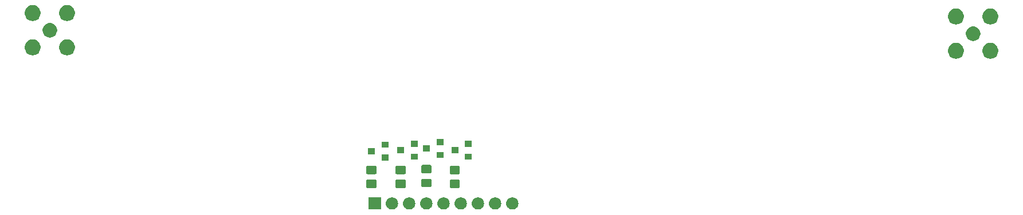
<source format=gbr>
G04 #@! TF.GenerationSoftware,KiCad,Pcbnew,5.0.2-bee76a0~70~ubuntu18.04.1*
G04 #@! TF.CreationDate,2019-03-15T15:47:04+02:00*
G04 #@! TF.ProjectId,bandpass_filter_design,62616e64-7061-4737-935f-66696c746572,rev?*
G04 #@! TF.SameCoordinates,Original*
G04 #@! TF.FileFunction,Soldermask,Bot*
G04 #@! TF.FilePolarity,Negative*
%FSLAX46Y46*%
G04 Gerber Fmt 4.6, Leading zero omitted, Abs format (unit mm)*
G04 Created by KiCad (PCBNEW 5.0.2-bee76a0~70~ubuntu18.04.1) date Fri 15 Mar 2019 03:47:04 PM EET*
%MOMM*%
%LPD*%
G01*
G04 APERTURE LIST*
%ADD10C,0.100000*%
G04 APERTURE END LIST*
D10*
G36*
X121043000Y-107835000D02*
X119241000Y-107835000D01*
X119241000Y-106033000D01*
X121043000Y-106033000D01*
X121043000Y-107835000D01*
X121043000Y-107835000D01*
G37*
G36*
X138032443Y-106039519D02*
X138098627Y-106046037D01*
X138211853Y-106080384D01*
X138268467Y-106097557D01*
X138407087Y-106171652D01*
X138424991Y-106181222D01*
X138460729Y-106210552D01*
X138562186Y-106293814D01*
X138645448Y-106395271D01*
X138674778Y-106431009D01*
X138674779Y-106431011D01*
X138758443Y-106587533D01*
X138758443Y-106587534D01*
X138809963Y-106757373D01*
X138827359Y-106934000D01*
X138809963Y-107110627D01*
X138775616Y-107223853D01*
X138758443Y-107280467D01*
X138684348Y-107419087D01*
X138674778Y-107436991D01*
X138645448Y-107472729D01*
X138562186Y-107574186D01*
X138460729Y-107657448D01*
X138424991Y-107686778D01*
X138424989Y-107686779D01*
X138268467Y-107770443D01*
X138211853Y-107787616D01*
X138098627Y-107821963D01*
X138032443Y-107828481D01*
X137966260Y-107835000D01*
X137877740Y-107835000D01*
X137811557Y-107828481D01*
X137745373Y-107821963D01*
X137632147Y-107787616D01*
X137575533Y-107770443D01*
X137419011Y-107686779D01*
X137419009Y-107686778D01*
X137383271Y-107657448D01*
X137281814Y-107574186D01*
X137198552Y-107472729D01*
X137169222Y-107436991D01*
X137159652Y-107419087D01*
X137085557Y-107280467D01*
X137068384Y-107223853D01*
X137034037Y-107110627D01*
X137016641Y-106934000D01*
X137034037Y-106757373D01*
X137085557Y-106587534D01*
X137085557Y-106587533D01*
X137169221Y-106431011D01*
X137169222Y-106431009D01*
X137198552Y-106395271D01*
X137281814Y-106293814D01*
X137383271Y-106210552D01*
X137419009Y-106181222D01*
X137436913Y-106171652D01*
X137575533Y-106097557D01*
X137632147Y-106080384D01*
X137745373Y-106046037D01*
X137811557Y-106039519D01*
X137877740Y-106033000D01*
X137966260Y-106033000D01*
X138032443Y-106039519D01*
X138032443Y-106039519D01*
G37*
G36*
X140572443Y-106039519D02*
X140638627Y-106046037D01*
X140751853Y-106080384D01*
X140808467Y-106097557D01*
X140947087Y-106171652D01*
X140964991Y-106181222D01*
X141000729Y-106210552D01*
X141102186Y-106293814D01*
X141185448Y-106395271D01*
X141214778Y-106431009D01*
X141214779Y-106431011D01*
X141298443Y-106587533D01*
X141298443Y-106587534D01*
X141349963Y-106757373D01*
X141367359Y-106934000D01*
X141349963Y-107110627D01*
X141315616Y-107223853D01*
X141298443Y-107280467D01*
X141224348Y-107419087D01*
X141214778Y-107436991D01*
X141185448Y-107472729D01*
X141102186Y-107574186D01*
X141000729Y-107657448D01*
X140964991Y-107686778D01*
X140964989Y-107686779D01*
X140808467Y-107770443D01*
X140751853Y-107787616D01*
X140638627Y-107821963D01*
X140572443Y-107828481D01*
X140506260Y-107835000D01*
X140417740Y-107835000D01*
X140351557Y-107828481D01*
X140285373Y-107821963D01*
X140172147Y-107787616D01*
X140115533Y-107770443D01*
X139959011Y-107686779D01*
X139959009Y-107686778D01*
X139923271Y-107657448D01*
X139821814Y-107574186D01*
X139738552Y-107472729D01*
X139709222Y-107436991D01*
X139699652Y-107419087D01*
X139625557Y-107280467D01*
X139608384Y-107223853D01*
X139574037Y-107110627D01*
X139556641Y-106934000D01*
X139574037Y-106757373D01*
X139625557Y-106587534D01*
X139625557Y-106587533D01*
X139709221Y-106431011D01*
X139709222Y-106431009D01*
X139738552Y-106395271D01*
X139821814Y-106293814D01*
X139923271Y-106210552D01*
X139959009Y-106181222D01*
X139976913Y-106171652D01*
X140115533Y-106097557D01*
X140172147Y-106080384D01*
X140285373Y-106046037D01*
X140351557Y-106039519D01*
X140417740Y-106033000D01*
X140506260Y-106033000D01*
X140572443Y-106039519D01*
X140572443Y-106039519D01*
G37*
G36*
X135492443Y-106039519D02*
X135558627Y-106046037D01*
X135671853Y-106080384D01*
X135728467Y-106097557D01*
X135867087Y-106171652D01*
X135884991Y-106181222D01*
X135920729Y-106210552D01*
X136022186Y-106293814D01*
X136105448Y-106395271D01*
X136134778Y-106431009D01*
X136134779Y-106431011D01*
X136218443Y-106587533D01*
X136218443Y-106587534D01*
X136269963Y-106757373D01*
X136287359Y-106934000D01*
X136269963Y-107110627D01*
X136235616Y-107223853D01*
X136218443Y-107280467D01*
X136144348Y-107419087D01*
X136134778Y-107436991D01*
X136105448Y-107472729D01*
X136022186Y-107574186D01*
X135920729Y-107657448D01*
X135884991Y-107686778D01*
X135884989Y-107686779D01*
X135728467Y-107770443D01*
X135671853Y-107787616D01*
X135558627Y-107821963D01*
X135492443Y-107828481D01*
X135426260Y-107835000D01*
X135337740Y-107835000D01*
X135271557Y-107828481D01*
X135205373Y-107821963D01*
X135092147Y-107787616D01*
X135035533Y-107770443D01*
X134879011Y-107686779D01*
X134879009Y-107686778D01*
X134843271Y-107657448D01*
X134741814Y-107574186D01*
X134658552Y-107472729D01*
X134629222Y-107436991D01*
X134619652Y-107419087D01*
X134545557Y-107280467D01*
X134528384Y-107223853D01*
X134494037Y-107110627D01*
X134476641Y-106934000D01*
X134494037Y-106757373D01*
X134545557Y-106587534D01*
X134545557Y-106587533D01*
X134629221Y-106431011D01*
X134629222Y-106431009D01*
X134658552Y-106395271D01*
X134741814Y-106293814D01*
X134843271Y-106210552D01*
X134879009Y-106181222D01*
X134896913Y-106171652D01*
X135035533Y-106097557D01*
X135092147Y-106080384D01*
X135205373Y-106046037D01*
X135271557Y-106039519D01*
X135337740Y-106033000D01*
X135426260Y-106033000D01*
X135492443Y-106039519D01*
X135492443Y-106039519D01*
G37*
G36*
X132952443Y-106039519D02*
X133018627Y-106046037D01*
X133131853Y-106080384D01*
X133188467Y-106097557D01*
X133327087Y-106171652D01*
X133344991Y-106181222D01*
X133380729Y-106210552D01*
X133482186Y-106293814D01*
X133565448Y-106395271D01*
X133594778Y-106431009D01*
X133594779Y-106431011D01*
X133678443Y-106587533D01*
X133678443Y-106587534D01*
X133729963Y-106757373D01*
X133747359Y-106934000D01*
X133729963Y-107110627D01*
X133695616Y-107223853D01*
X133678443Y-107280467D01*
X133604348Y-107419087D01*
X133594778Y-107436991D01*
X133565448Y-107472729D01*
X133482186Y-107574186D01*
X133380729Y-107657448D01*
X133344991Y-107686778D01*
X133344989Y-107686779D01*
X133188467Y-107770443D01*
X133131853Y-107787616D01*
X133018627Y-107821963D01*
X132952443Y-107828481D01*
X132886260Y-107835000D01*
X132797740Y-107835000D01*
X132731557Y-107828481D01*
X132665373Y-107821963D01*
X132552147Y-107787616D01*
X132495533Y-107770443D01*
X132339011Y-107686779D01*
X132339009Y-107686778D01*
X132303271Y-107657448D01*
X132201814Y-107574186D01*
X132118552Y-107472729D01*
X132089222Y-107436991D01*
X132079652Y-107419087D01*
X132005557Y-107280467D01*
X131988384Y-107223853D01*
X131954037Y-107110627D01*
X131936641Y-106934000D01*
X131954037Y-106757373D01*
X132005557Y-106587534D01*
X132005557Y-106587533D01*
X132089221Y-106431011D01*
X132089222Y-106431009D01*
X132118552Y-106395271D01*
X132201814Y-106293814D01*
X132303271Y-106210552D01*
X132339009Y-106181222D01*
X132356913Y-106171652D01*
X132495533Y-106097557D01*
X132552147Y-106080384D01*
X132665373Y-106046037D01*
X132731557Y-106039519D01*
X132797740Y-106033000D01*
X132886260Y-106033000D01*
X132952443Y-106039519D01*
X132952443Y-106039519D01*
G37*
G36*
X130412443Y-106039519D02*
X130478627Y-106046037D01*
X130591853Y-106080384D01*
X130648467Y-106097557D01*
X130787087Y-106171652D01*
X130804991Y-106181222D01*
X130840729Y-106210552D01*
X130942186Y-106293814D01*
X131025448Y-106395271D01*
X131054778Y-106431009D01*
X131054779Y-106431011D01*
X131138443Y-106587533D01*
X131138443Y-106587534D01*
X131189963Y-106757373D01*
X131207359Y-106934000D01*
X131189963Y-107110627D01*
X131155616Y-107223853D01*
X131138443Y-107280467D01*
X131064348Y-107419087D01*
X131054778Y-107436991D01*
X131025448Y-107472729D01*
X130942186Y-107574186D01*
X130840729Y-107657448D01*
X130804991Y-107686778D01*
X130804989Y-107686779D01*
X130648467Y-107770443D01*
X130591853Y-107787616D01*
X130478627Y-107821963D01*
X130412443Y-107828481D01*
X130346260Y-107835000D01*
X130257740Y-107835000D01*
X130191557Y-107828481D01*
X130125373Y-107821963D01*
X130012147Y-107787616D01*
X129955533Y-107770443D01*
X129799011Y-107686779D01*
X129799009Y-107686778D01*
X129763271Y-107657448D01*
X129661814Y-107574186D01*
X129578552Y-107472729D01*
X129549222Y-107436991D01*
X129539652Y-107419087D01*
X129465557Y-107280467D01*
X129448384Y-107223853D01*
X129414037Y-107110627D01*
X129396641Y-106934000D01*
X129414037Y-106757373D01*
X129465557Y-106587534D01*
X129465557Y-106587533D01*
X129549221Y-106431011D01*
X129549222Y-106431009D01*
X129578552Y-106395271D01*
X129661814Y-106293814D01*
X129763271Y-106210552D01*
X129799009Y-106181222D01*
X129816913Y-106171652D01*
X129955533Y-106097557D01*
X130012147Y-106080384D01*
X130125373Y-106046037D01*
X130191557Y-106039519D01*
X130257740Y-106033000D01*
X130346260Y-106033000D01*
X130412443Y-106039519D01*
X130412443Y-106039519D01*
G37*
G36*
X127872443Y-106039519D02*
X127938627Y-106046037D01*
X128051853Y-106080384D01*
X128108467Y-106097557D01*
X128247087Y-106171652D01*
X128264991Y-106181222D01*
X128300729Y-106210552D01*
X128402186Y-106293814D01*
X128485448Y-106395271D01*
X128514778Y-106431009D01*
X128514779Y-106431011D01*
X128598443Y-106587533D01*
X128598443Y-106587534D01*
X128649963Y-106757373D01*
X128667359Y-106934000D01*
X128649963Y-107110627D01*
X128615616Y-107223853D01*
X128598443Y-107280467D01*
X128524348Y-107419087D01*
X128514778Y-107436991D01*
X128485448Y-107472729D01*
X128402186Y-107574186D01*
X128300729Y-107657448D01*
X128264991Y-107686778D01*
X128264989Y-107686779D01*
X128108467Y-107770443D01*
X128051853Y-107787616D01*
X127938627Y-107821963D01*
X127872443Y-107828481D01*
X127806260Y-107835000D01*
X127717740Y-107835000D01*
X127651557Y-107828481D01*
X127585373Y-107821963D01*
X127472147Y-107787616D01*
X127415533Y-107770443D01*
X127259011Y-107686779D01*
X127259009Y-107686778D01*
X127223271Y-107657448D01*
X127121814Y-107574186D01*
X127038552Y-107472729D01*
X127009222Y-107436991D01*
X126999652Y-107419087D01*
X126925557Y-107280467D01*
X126908384Y-107223853D01*
X126874037Y-107110627D01*
X126856641Y-106934000D01*
X126874037Y-106757373D01*
X126925557Y-106587534D01*
X126925557Y-106587533D01*
X127009221Y-106431011D01*
X127009222Y-106431009D01*
X127038552Y-106395271D01*
X127121814Y-106293814D01*
X127223271Y-106210552D01*
X127259009Y-106181222D01*
X127276913Y-106171652D01*
X127415533Y-106097557D01*
X127472147Y-106080384D01*
X127585373Y-106046037D01*
X127651557Y-106039519D01*
X127717740Y-106033000D01*
X127806260Y-106033000D01*
X127872443Y-106039519D01*
X127872443Y-106039519D01*
G37*
G36*
X125332443Y-106039519D02*
X125398627Y-106046037D01*
X125511853Y-106080384D01*
X125568467Y-106097557D01*
X125707087Y-106171652D01*
X125724991Y-106181222D01*
X125760729Y-106210552D01*
X125862186Y-106293814D01*
X125945448Y-106395271D01*
X125974778Y-106431009D01*
X125974779Y-106431011D01*
X126058443Y-106587533D01*
X126058443Y-106587534D01*
X126109963Y-106757373D01*
X126127359Y-106934000D01*
X126109963Y-107110627D01*
X126075616Y-107223853D01*
X126058443Y-107280467D01*
X125984348Y-107419087D01*
X125974778Y-107436991D01*
X125945448Y-107472729D01*
X125862186Y-107574186D01*
X125760729Y-107657448D01*
X125724991Y-107686778D01*
X125724989Y-107686779D01*
X125568467Y-107770443D01*
X125511853Y-107787616D01*
X125398627Y-107821963D01*
X125332443Y-107828481D01*
X125266260Y-107835000D01*
X125177740Y-107835000D01*
X125111557Y-107828481D01*
X125045373Y-107821963D01*
X124932147Y-107787616D01*
X124875533Y-107770443D01*
X124719011Y-107686779D01*
X124719009Y-107686778D01*
X124683271Y-107657448D01*
X124581814Y-107574186D01*
X124498552Y-107472729D01*
X124469222Y-107436991D01*
X124459652Y-107419087D01*
X124385557Y-107280467D01*
X124368384Y-107223853D01*
X124334037Y-107110627D01*
X124316641Y-106934000D01*
X124334037Y-106757373D01*
X124385557Y-106587534D01*
X124385557Y-106587533D01*
X124469221Y-106431011D01*
X124469222Y-106431009D01*
X124498552Y-106395271D01*
X124581814Y-106293814D01*
X124683271Y-106210552D01*
X124719009Y-106181222D01*
X124736913Y-106171652D01*
X124875533Y-106097557D01*
X124932147Y-106080384D01*
X125045373Y-106046037D01*
X125111557Y-106039519D01*
X125177740Y-106033000D01*
X125266260Y-106033000D01*
X125332443Y-106039519D01*
X125332443Y-106039519D01*
G37*
G36*
X122792443Y-106039519D02*
X122858627Y-106046037D01*
X122971853Y-106080384D01*
X123028467Y-106097557D01*
X123167087Y-106171652D01*
X123184991Y-106181222D01*
X123220729Y-106210552D01*
X123322186Y-106293814D01*
X123405448Y-106395271D01*
X123434778Y-106431009D01*
X123434779Y-106431011D01*
X123518443Y-106587533D01*
X123518443Y-106587534D01*
X123569963Y-106757373D01*
X123587359Y-106934000D01*
X123569963Y-107110627D01*
X123535616Y-107223853D01*
X123518443Y-107280467D01*
X123444348Y-107419087D01*
X123434778Y-107436991D01*
X123405448Y-107472729D01*
X123322186Y-107574186D01*
X123220729Y-107657448D01*
X123184991Y-107686778D01*
X123184989Y-107686779D01*
X123028467Y-107770443D01*
X122971853Y-107787616D01*
X122858627Y-107821963D01*
X122792443Y-107828481D01*
X122726260Y-107835000D01*
X122637740Y-107835000D01*
X122571557Y-107828481D01*
X122505373Y-107821963D01*
X122392147Y-107787616D01*
X122335533Y-107770443D01*
X122179011Y-107686779D01*
X122179009Y-107686778D01*
X122143271Y-107657448D01*
X122041814Y-107574186D01*
X121958552Y-107472729D01*
X121929222Y-107436991D01*
X121919652Y-107419087D01*
X121845557Y-107280467D01*
X121828384Y-107223853D01*
X121794037Y-107110627D01*
X121776641Y-106934000D01*
X121794037Y-106757373D01*
X121845557Y-106587534D01*
X121845557Y-106587533D01*
X121929221Y-106431011D01*
X121929222Y-106431009D01*
X121958552Y-106395271D01*
X122041814Y-106293814D01*
X122143271Y-106210552D01*
X122179009Y-106181222D01*
X122196913Y-106171652D01*
X122335533Y-106097557D01*
X122392147Y-106080384D01*
X122505373Y-106046037D01*
X122571557Y-106039519D01*
X122637740Y-106033000D01*
X122726260Y-106033000D01*
X122792443Y-106039519D01*
X122792443Y-106039519D01*
G37*
G36*
X132541677Y-103409465D02*
X132579364Y-103420898D01*
X132614103Y-103439466D01*
X132644548Y-103464452D01*
X132669534Y-103494897D01*
X132688102Y-103529636D01*
X132699535Y-103567323D01*
X132704000Y-103612661D01*
X132704000Y-104449339D01*
X132699535Y-104494677D01*
X132688102Y-104532364D01*
X132669534Y-104567103D01*
X132644548Y-104597548D01*
X132614103Y-104622534D01*
X132579364Y-104641102D01*
X132541677Y-104652535D01*
X132496339Y-104657000D01*
X131409661Y-104657000D01*
X131364323Y-104652535D01*
X131326636Y-104641102D01*
X131291897Y-104622534D01*
X131261452Y-104597548D01*
X131236466Y-104567103D01*
X131217898Y-104532364D01*
X131206465Y-104494677D01*
X131202000Y-104449339D01*
X131202000Y-103612661D01*
X131206465Y-103567323D01*
X131217898Y-103529636D01*
X131236466Y-103494897D01*
X131261452Y-103464452D01*
X131291897Y-103439466D01*
X131326636Y-103420898D01*
X131364323Y-103409465D01*
X131409661Y-103405000D01*
X132496339Y-103405000D01*
X132541677Y-103409465D01*
X132541677Y-103409465D01*
G37*
G36*
X124540677Y-103400465D02*
X124578364Y-103411898D01*
X124613103Y-103430466D01*
X124643548Y-103455452D01*
X124668534Y-103485897D01*
X124687102Y-103520636D01*
X124698535Y-103558323D01*
X124703000Y-103603661D01*
X124703000Y-104440339D01*
X124698535Y-104485677D01*
X124687102Y-104523364D01*
X124668534Y-104558103D01*
X124643548Y-104588548D01*
X124613103Y-104613534D01*
X124578364Y-104632102D01*
X124540677Y-104643535D01*
X124495339Y-104648000D01*
X123408661Y-104648000D01*
X123363323Y-104643535D01*
X123325636Y-104632102D01*
X123290897Y-104613534D01*
X123260452Y-104588548D01*
X123235466Y-104558103D01*
X123216898Y-104523364D01*
X123205465Y-104485677D01*
X123201000Y-104440339D01*
X123201000Y-103603661D01*
X123205465Y-103558323D01*
X123216898Y-103520636D01*
X123235466Y-103485897D01*
X123260452Y-103455452D01*
X123290897Y-103430466D01*
X123325636Y-103411898D01*
X123363323Y-103400465D01*
X123408661Y-103396000D01*
X124495339Y-103396000D01*
X124540677Y-103400465D01*
X124540677Y-103400465D01*
G37*
G36*
X120222677Y-103400465D02*
X120260364Y-103411898D01*
X120295103Y-103430466D01*
X120325548Y-103455452D01*
X120350534Y-103485897D01*
X120369102Y-103520636D01*
X120380535Y-103558323D01*
X120385000Y-103603661D01*
X120385000Y-104440339D01*
X120380535Y-104485677D01*
X120369102Y-104523364D01*
X120350534Y-104558103D01*
X120325548Y-104588548D01*
X120295103Y-104613534D01*
X120260364Y-104632102D01*
X120222677Y-104643535D01*
X120177339Y-104648000D01*
X119090661Y-104648000D01*
X119045323Y-104643535D01*
X119007636Y-104632102D01*
X118972897Y-104613534D01*
X118942452Y-104588548D01*
X118917466Y-104558103D01*
X118898898Y-104523364D01*
X118887465Y-104485677D01*
X118883000Y-104440339D01*
X118883000Y-103603661D01*
X118887465Y-103558323D01*
X118898898Y-103520636D01*
X118917466Y-103485897D01*
X118942452Y-103455452D01*
X118972897Y-103430466D01*
X119007636Y-103411898D01*
X119045323Y-103400465D01*
X119090661Y-103396000D01*
X120177339Y-103396000D01*
X120222677Y-103400465D01*
X120222677Y-103400465D01*
G37*
G36*
X128350677Y-103273465D02*
X128388364Y-103284898D01*
X128423103Y-103303466D01*
X128453548Y-103328452D01*
X128478534Y-103358897D01*
X128497102Y-103393636D01*
X128508535Y-103431323D01*
X128513000Y-103476661D01*
X128513000Y-104313339D01*
X128508535Y-104358677D01*
X128497102Y-104396364D01*
X128478534Y-104431103D01*
X128453548Y-104461548D01*
X128423103Y-104486534D01*
X128388364Y-104505102D01*
X128350677Y-104516535D01*
X128305339Y-104521000D01*
X127218661Y-104521000D01*
X127173323Y-104516535D01*
X127135636Y-104505102D01*
X127100897Y-104486534D01*
X127070452Y-104461548D01*
X127045466Y-104431103D01*
X127026898Y-104396364D01*
X127015465Y-104358677D01*
X127011000Y-104313339D01*
X127011000Y-103476661D01*
X127015465Y-103431323D01*
X127026898Y-103393636D01*
X127045466Y-103358897D01*
X127070452Y-103328452D01*
X127100897Y-103303466D01*
X127135636Y-103284898D01*
X127173323Y-103273465D01*
X127218661Y-103269000D01*
X128305339Y-103269000D01*
X128350677Y-103273465D01*
X128350677Y-103273465D01*
G37*
G36*
X132541677Y-101359465D02*
X132579364Y-101370898D01*
X132614103Y-101389466D01*
X132644548Y-101414452D01*
X132669534Y-101444897D01*
X132688102Y-101479636D01*
X132699535Y-101517323D01*
X132704000Y-101562661D01*
X132704000Y-102399339D01*
X132699535Y-102444677D01*
X132688102Y-102482364D01*
X132669534Y-102517103D01*
X132644548Y-102547548D01*
X132614103Y-102572534D01*
X132579364Y-102591102D01*
X132541677Y-102602535D01*
X132496339Y-102607000D01*
X131409661Y-102607000D01*
X131364323Y-102602535D01*
X131326636Y-102591102D01*
X131291897Y-102572534D01*
X131261452Y-102547548D01*
X131236466Y-102517103D01*
X131217898Y-102482364D01*
X131206465Y-102444677D01*
X131202000Y-102399339D01*
X131202000Y-101562661D01*
X131206465Y-101517323D01*
X131217898Y-101479636D01*
X131236466Y-101444897D01*
X131261452Y-101414452D01*
X131291897Y-101389466D01*
X131326636Y-101370898D01*
X131364323Y-101359465D01*
X131409661Y-101355000D01*
X132496339Y-101355000D01*
X132541677Y-101359465D01*
X132541677Y-101359465D01*
G37*
G36*
X120222677Y-101350465D02*
X120260364Y-101361898D01*
X120295103Y-101380466D01*
X120325548Y-101405452D01*
X120350534Y-101435897D01*
X120369102Y-101470636D01*
X120380535Y-101508323D01*
X120385000Y-101553661D01*
X120385000Y-102390339D01*
X120380535Y-102435677D01*
X120369102Y-102473364D01*
X120350534Y-102508103D01*
X120325548Y-102538548D01*
X120295103Y-102563534D01*
X120260364Y-102582102D01*
X120222677Y-102593535D01*
X120177339Y-102598000D01*
X119090661Y-102598000D01*
X119045323Y-102593535D01*
X119007636Y-102582102D01*
X118972897Y-102563534D01*
X118942452Y-102538548D01*
X118917466Y-102508103D01*
X118898898Y-102473364D01*
X118887465Y-102435677D01*
X118883000Y-102390339D01*
X118883000Y-101553661D01*
X118887465Y-101508323D01*
X118898898Y-101470636D01*
X118917466Y-101435897D01*
X118942452Y-101405452D01*
X118972897Y-101380466D01*
X119007636Y-101361898D01*
X119045323Y-101350465D01*
X119090661Y-101346000D01*
X120177339Y-101346000D01*
X120222677Y-101350465D01*
X120222677Y-101350465D01*
G37*
G36*
X124540677Y-101350465D02*
X124578364Y-101361898D01*
X124613103Y-101380466D01*
X124643548Y-101405452D01*
X124668534Y-101435897D01*
X124687102Y-101470636D01*
X124698535Y-101508323D01*
X124703000Y-101553661D01*
X124703000Y-102390339D01*
X124698535Y-102435677D01*
X124687102Y-102473364D01*
X124668534Y-102508103D01*
X124643548Y-102538548D01*
X124613103Y-102563534D01*
X124578364Y-102582102D01*
X124540677Y-102593535D01*
X124495339Y-102598000D01*
X123408661Y-102598000D01*
X123363323Y-102593535D01*
X123325636Y-102582102D01*
X123290897Y-102563534D01*
X123260452Y-102538548D01*
X123235466Y-102508103D01*
X123216898Y-102473364D01*
X123205465Y-102435677D01*
X123201000Y-102390339D01*
X123201000Y-101553661D01*
X123205465Y-101508323D01*
X123216898Y-101470636D01*
X123235466Y-101435897D01*
X123260452Y-101405452D01*
X123290897Y-101380466D01*
X123325636Y-101361898D01*
X123363323Y-101350465D01*
X123408661Y-101346000D01*
X124495339Y-101346000D01*
X124540677Y-101350465D01*
X124540677Y-101350465D01*
G37*
G36*
X128350677Y-101223465D02*
X128388364Y-101234898D01*
X128423103Y-101253466D01*
X128453548Y-101278452D01*
X128478534Y-101308897D01*
X128497102Y-101343636D01*
X128508535Y-101381323D01*
X128513000Y-101426661D01*
X128513000Y-102263339D01*
X128508535Y-102308677D01*
X128497102Y-102346364D01*
X128478534Y-102381103D01*
X128453548Y-102411548D01*
X128423103Y-102436534D01*
X128388364Y-102455102D01*
X128350677Y-102466535D01*
X128305339Y-102471000D01*
X127218661Y-102471000D01*
X127173323Y-102466535D01*
X127135636Y-102455102D01*
X127100897Y-102436534D01*
X127070452Y-102411548D01*
X127045466Y-102381103D01*
X127026898Y-102346364D01*
X127015465Y-102308677D01*
X127011000Y-102263339D01*
X127011000Y-101426661D01*
X127015465Y-101381323D01*
X127026898Y-101343636D01*
X127045466Y-101308897D01*
X127070452Y-101278452D01*
X127100897Y-101253466D01*
X127135636Y-101234898D01*
X127173323Y-101223465D01*
X127218661Y-101219000D01*
X128305339Y-101219000D01*
X128350677Y-101223465D01*
X128350677Y-101223465D01*
G37*
G36*
X122151000Y-100588000D02*
X121149000Y-100588000D01*
X121149000Y-99686000D01*
X122151000Y-99686000D01*
X122151000Y-100588000D01*
X122151000Y-100588000D01*
G37*
G36*
X134470000Y-100461000D02*
X133468000Y-100461000D01*
X133468000Y-99559000D01*
X134470000Y-99559000D01*
X134470000Y-100461000D01*
X134470000Y-100461000D01*
G37*
G36*
X126469000Y-100461000D02*
X125467000Y-100461000D01*
X125467000Y-99559000D01*
X126469000Y-99559000D01*
X126469000Y-100461000D01*
X126469000Y-100461000D01*
G37*
G36*
X130279000Y-100207000D02*
X129277000Y-100207000D01*
X129277000Y-99305000D01*
X130279000Y-99305000D01*
X130279000Y-100207000D01*
X130279000Y-100207000D01*
G37*
G36*
X120151000Y-99638000D02*
X119149000Y-99638000D01*
X119149000Y-98736000D01*
X120151000Y-98736000D01*
X120151000Y-99638000D01*
X120151000Y-99638000D01*
G37*
G36*
X132470000Y-99511000D02*
X131468000Y-99511000D01*
X131468000Y-98609000D01*
X132470000Y-98609000D01*
X132470000Y-99511000D01*
X132470000Y-99511000D01*
G37*
G36*
X124469000Y-99511000D02*
X123467000Y-99511000D01*
X123467000Y-98609000D01*
X124469000Y-98609000D01*
X124469000Y-99511000D01*
X124469000Y-99511000D01*
G37*
G36*
X128279000Y-99257000D02*
X127277000Y-99257000D01*
X127277000Y-98355000D01*
X128279000Y-98355000D01*
X128279000Y-99257000D01*
X128279000Y-99257000D01*
G37*
G36*
X122151000Y-98688000D02*
X121149000Y-98688000D01*
X121149000Y-97786000D01*
X122151000Y-97786000D01*
X122151000Y-98688000D01*
X122151000Y-98688000D01*
G37*
G36*
X134470000Y-98561000D02*
X133468000Y-98561000D01*
X133468000Y-97659000D01*
X134470000Y-97659000D01*
X134470000Y-98561000D01*
X134470000Y-98561000D01*
G37*
G36*
X126469000Y-98561000D02*
X125467000Y-98561000D01*
X125467000Y-97659000D01*
X126469000Y-97659000D01*
X126469000Y-98561000D01*
X126469000Y-98561000D01*
G37*
G36*
X130279000Y-98307000D02*
X129277000Y-98307000D01*
X129277000Y-97405000D01*
X130279000Y-97405000D01*
X130279000Y-98307000D01*
X130279000Y-98307000D01*
G37*
G36*
X211303426Y-83174596D02*
X211417027Y-83197193D01*
X211631045Y-83285842D01*
X211822358Y-83413674D01*
X211823659Y-83414543D01*
X211987457Y-83578341D01*
X211987459Y-83578344D01*
X212116158Y-83770955D01*
X212204807Y-83984973D01*
X212250000Y-84212174D01*
X212250000Y-84443826D01*
X212204807Y-84671027D01*
X212116158Y-84885045D01*
X212072217Y-84950807D01*
X211987457Y-85077659D01*
X211823659Y-85241457D01*
X211823656Y-85241459D01*
X211631045Y-85370158D01*
X211417027Y-85458807D01*
X211303427Y-85481403D01*
X211189827Y-85504000D01*
X210958173Y-85504000D01*
X210844573Y-85481403D01*
X210730973Y-85458807D01*
X210516955Y-85370158D01*
X210324344Y-85241459D01*
X210324341Y-85241457D01*
X210160543Y-85077659D01*
X210075783Y-84950807D01*
X210031842Y-84885045D01*
X209943193Y-84671027D01*
X209898000Y-84443826D01*
X209898000Y-84212174D01*
X209943193Y-83984973D01*
X210031842Y-83770955D01*
X210160541Y-83578344D01*
X210160543Y-83578341D01*
X210324341Y-83414543D01*
X210325642Y-83413674D01*
X210516955Y-83285842D01*
X210730973Y-83197193D01*
X210844574Y-83174596D01*
X210958173Y-83152000D01*
X211189827Y-83152000D01*
X211303426Y-83174596D01*
X211303426Y-83174596D01*
G37*
G36*
X206223426Y-83174596D02*
X206337027Y-83197193D01*
X206551045Y-83285842D01*
X206742358Y-83413674D01*
X206743659Y-83414543D01*
X206907457Y-83578341D01*
X206907459Y-83578344D01*
X207036158Y-83770955D01*
X207124807Y-83984973D01*
X207170000Y-84212174D01*
X207170000Y-84443826D01*
X207124807Y-84671027D01*
X207036158Y-84885045D01*
X206992217Y-84950807D01*
X206907457Y-85077659D01*
X206743659Y-85241457D01*
X206743656Y-85241459D01*
X206551045Y-85370158D01*
X206337027Y-85458807D01*
X206223427Y-85481403D01*
X206109827Y-85504000D01*
X205878173Y-85504000D01*
X205764573Y-85481403D01*
X205650973Y-85458807D01*
X205436955Y-85370158D01*
X205244344Y-85241459D01*
X205244341Y-85241457D01*
X205080543Y-85077659D01*
X204995783Y-84950807D01*
X204951842Y-84885045D01*
X204863193Y-84671027D01*
X204818000Y-84443826D01*
X204818000Y-84212174D01*
X204863193Y-83984973D01*
X204951842Y-83770955D01*
X205080541Y-83578344D01*
X205080543Y-83578341D01*
X205244341Y-83414543D01*
X205245642Y-83413674D01*
X205436955Y-83285842D01*
X205650973Y-83197193D01*
X205764574Y-83174596D01*
X205878173Y-83152000D01*
X206109827Y-83152000D01*
X206223426Y-83174596D01*
X206223426Y-83174596D01*
G37*
G36*
X69825427Y-82666597D02*
X69939027Y-82689193D01*
X70153045Y-82777842D01*
X70281989Y-82864000D01*
X70345659Y-82906543D01*
X70509457Y-83070341D01*
X70509459Y-83070344D01*
X70638158Y-83262955D01*
X70726807Y-83476973D01*
X70772000Y-83704174D01*
X70772000Y-83935826D01*
X70726807Y-84163027D01*
X70638158Y-84377045D01*
X70510326Y-84568358D01*
X70509457Y-84569659D01*
X70345659Y-84733457D01*
X70345656Y-84733459D01*
X70153045Y-84862158D01*
X69939027Y-84950807D01*
X69825426Y-84973404D01*
X69711827Y-84996000D01*
X69480173Y-84996000D01*
X69366574Y-84973404D01*
X69252973Y-84950807D01*
X69038955Y-84862158D01*
X68846344Y-84733459D01*
X68846341Y-84733457D01*
X68682543Y-84569659D01*
X68681674Y-84568358D01*
X68553842Y-84377045D01*
X68465193Y-84163027D01*
X68420000Y-83935826D01*
X68420000Y-83704174D01*
X68465193Y-83476973D01*
X68553842Y-83262955D01*
X68682541Y-83070344D01*
X68682543Y-83070341D01*
X68846341Y-82906543D01*
X68910011Y-82864000D01*
X69038955Y-82777842D01*
X69252973Y-82689193D01*
X69366573Y-82666597D01*
X69480173Y-82644000D01*
X69711827Y-82644000D01*
X69825427Y-82666597D01*
X69825427Y-82666597D01*
G37*
G36*
X74905427Y-82666597D02*
X75019027Y-82689193D01*
X75233045Y-82777842D01*
X75361989Y-82864000D01*
X75425659Y-82906543D01*
X75589457Y-83070341D01*
X75589459Y-83070344D01*
X75718158Y-83262955D01*
X75806807Y-83476973D01*
X75852000Y-83704174D01*
X75852000Y-83935826D01*
X75806807Y-84163027D01*
X75718158Y-84377045D01*
X75590326Y-84568358D01*
X75589457Y-84569659D01*
X75425659Y-84733457D01*
X75425656Y-84733459D01*
X75233045Y-84862158D01*
X75019027Y-84950807D01*
X74905426Y-84973404D01*
X74791827Y-84996000D01*
X74560173Y-84996000D01*
X74446574Y-84973404D01*
X74332973Y-84950807D01*
X74118955Y-84862158D01*
X73926344Y-84733459D01*
X73926341Y-84733457D01*
X73762543Y-84569659D01*
X73761674Y-84568358D01*
X73633842Y-84377045D01*
X73545193Y-84163027D01*
X73500000Y-83935826D01*
X73500000Y-83704174D01*
X73545193Y-83476973D01*
X73633842Y-83262955D01*
X73762541Y-83070344D01*
X73762543Y-83070341D01*
X73926341Y-82906543D01*
X73990011Y-82864000D01*
X74118955Y-82777842D01*
X74332973Y-82689193D01*
X74446573Y-82666597D01*
X74560173Y-82644000D01*
X74791827Y-82644000D01*
X74905427Y-82666597D01*
X74905427Y-82666597D01*
G37*
G36*
X208691947Y-80722337D02*
X208847858Y-80753350D01*
X209043677Y-80834461D01*
X209043678Y-80834462D01*
X209219913Y-80952218D01*
X209369782Y-81102087D01*
X209369784Y-81102090D01*
X209487539Y-81278323D01*
X209568650Y-81474142D01*
X209610000Y-81682023D01*
X209610000Y-81893977D01*
X209568650Y-82101858D01*
X209487539Y-82297677D01*
X209487538Y-82297678D01*
X209369782Y-82473913D01*
X209219913Y-82623782D01*
X209219910Y-82623784D01*
X209043677Y-82741539D01*
X208847858Y-82822650D01*
X208691947Y-82853662D01*
X208639978Y-82864000D01*
X208428022Y-82864000D01*
X208376053Y-82853662D01*
X208220142Y-82822650D01*
X208024323Y-82741539D01*
X207848090Y-82623784D01*
X207848087Y-82623782D01*
X207698218Y-82473913D01*
X207580462Y-82297678D01*
X207580461Y-82297677D01*
X207499350Y-82101858D01*
X207458000Y-81893977D01*
X207458000Y-81682023D01*
X207499350Y-81474142D01*
X207580461Y-81278323D01*
X207698216Y-81102090D01*
X207698218Y-81102087D01*
X207848087Y-80952218D01*
X208024322Y-80834462D01*
X208024323Y-80834461D01*
X208220142Y-80753350D01*
X208376053Y-80722337D01*
X208428022Y-80712000D01*
X208639978Y-80712000D01*
X208691947Y-80722337D01*
X208691947Y-80722337D01*
G37*
G36*
X72293947Y-80214338D02*
X72449858Y-80245350D01*
X72645677Y-80326461D01*
X72645678Y-80326462D01*
X72821913Y-80444218D01*
X72971782Y-80594087D01*
X72971784Y-80594090D01*
X73089539Y-80770323D01*
X73170650Y-80966142D01*
X73212000Y-81174023D01*
X73212000Y-81385977D01*
X73170650Y-81593858D01*
X73089539Y-81789677D01*
X73089538Y-81789678D01*
X72971782Y-81965913D01*
X72821913Y-82115782D01*
X72821910Y-82115784D01*
X72645677Y-82233539D01*
X72449858Y-82314650D01*
X72293947Y-82345662D01*
X72241978Y-82356000D01*
X72030022Y-82356000D01*
X71978053Y-82345662D01*
X71822142Y-82314650D01*
X71626323Y-82233539D01*
X71450090Y-82115784D01*
X71450087Y-82115782D01*
X71300218Y-81965913D01*
X71182462Y-81789678D01*
X71182461Y-81789677D01*
X71101350Y-81593858D01*
X71060000Y-81385977D01*
X71060000Y-81174023D01*
X71101350Y-80966142D01*
X71182461Y-80770323D01*
X71300216Y-80594090D01*
X71300218Y-80594087D01*
X71450087Y-80444218D01*
X71626322Y-80326462D01*
X71626323Y-80326461D01*
X71822142Y-80245350D01*
X71978053Y-80214338D01*
X72030022Y-80204000D01*
X72241978Y-80204000D01*
X72293947Y-80214338D01*
X72293947Y-80214338D01*
G37*
G36*
X206223426Y-78094596D02*
X206337027Y-78117193D01*
X206551045Y-78205842D01*
X206742358Y-78333674D01*
X206743659Y-78334543D01*
X206907457Y-78498341D01*
X206907459Y-78498344D01*
X207036158Y-78690955D01*
X207124807Y-78904973D01*
X207170000Y-79132174D01*
X207170000Y-79363826D01*
X207124807Y-79591027D01*
X207036158Y-79805045D01*
X206992217Y-79870807D01*
X206907457Y-79997659D01*
X206743659Y-80161457D01*
X206743656Y-80161459D01*
X206551045Y-80290158D01*
X206337027Y-80378807D01*
X206223426Y-80401404D01*
X206109827Y-80424000D01*
X205878173Y-80424000D01*
X205764573Y-80401403D01*
X205650973Y-80378807D01*
X205436955Y-80290158D01*
X205244344Y-80161459D01*
X205244341Y-80161457D01*
X205080543Y-79997659D01*
X204995783Y-79870807D01*
X204951842Y-79805045D01*
X204863193Y-79591027D01*
X204818000Y-79363826D01*
X204818000Y-79132174D01*
X204863193Y-78904973D01*
X204951842Y-78690955D01*
X205080541Y-78498344D01*
X205080543Y-78498341D01*
X205244341Y-78334543D01*
X205245642Y-78333674D01*
X205436955Y-78205842D01*
X205650973Y-78117193D01*
X205764574Y-78094596D01*
X205878173Y-78072000D01*
X206109827Y-78072000D01*
X206223426Y-78094596D01*
X206223426Y-78094596D01*
G37*
G36*
X211303426Y-78094596D02*
X211417027Y-78117193D01*
X211631045Y-78205842D01*
X211822358Y-78333674D01*
X211823659Y-78334543D01*
X211987457Y-78498341D01*
X211987459Y-78498344D01*
X212116158Y-78690955D01*
X212204807Y-78904973D01*
X212250000Y-79132174D01*
X212250000Y-79363826D01*
X212204807Y-79591027D01*
X212116158Y-79805045D01*
X212072217Y-79870807D01*
X211987457Y-79997659D01*
X211823659Y-80161457D01*
X211823656Y-80161459D01*
X211631045Y-80290158D01*
X211417027Y-80378807D01*
X211303426Y-80401404D01*
X211189827Y-80424000D01*
X210958173Y-80424000D01*
X210844573Y-80401403D01*
X210730973Y-80378807D01*
X210516955Y-80290158D01*
X210324344Y-80161459D01*
X210324341Y-80161457D01*
X210160543Y-79997659D01*
X210075783Y-79870807D01*
X210031842Y-79805045D01*
X209943193Y-79591027D01*
X209898000Y-79363826D01*
X209898000Y-79132174D01*
X209943193Y-78904973D01*
X210031842Y-78690955D01*
X210160541Y-78498344D01*
X210160543Y-78498341D01*
X210324341Y-78334543D01*
X210325642Y-78333674D01*
X210516955Y-78205842D01*
X210730973Y-78117193D01*
X210844574Y-78094596D01*
X210958173Y-78072000D01*
X211189827Y-78072000D01*
X211303426Y-78094596D01*
X211303426Y-78094596D01*
G37*
G36*
X74905427Y-77586597D02*
X75019027Y-77609193D01*
X75233045Y-77697842D01*
X75424358Y-77825674D01*
X75425659Y-77826543D01*
X75589457Y-77990341D01*
X75589459Y-77990344D01*
X75718158Y-78182955D01*
X75806807Y-78396973D01*
X75852000Y-78624174D01*
X75852000Y-78855826D01*
X75806807Y-79083027D01*
X75718158Y-79297045D01*
X75590326Y-79488358D01*
X75589457Y-79489659D01*
X75425659Y-79653457D01*
X75425656Y-79653459D01*
X75233045Y-79782158D01*
X75019027Y-79870807D01*
X74905427Y-79893403D01*
X74791827Y-79916000D01*
X74560173Y-79916000D01*
X74446573Y-79893403D01*
X74332973Y-79870807D01*
X74118955Y-79782158D01*
X73926344Y-79653459D01*
X73926341Y-79653457D01*
X73762543Y-79489659D01*
X73761674Y-79488358D01*
X73633842Y-79297045D01*
X73545193Y-79083027D01*
X73500000Y-78855826D01*
X73500000Y-78624174D01*
X73545193Y-78396973D01*
X73633842Y-78182955D01*
X73762541Y-77990344D01*
X73762543Y-77990341D01*
X73926341Y-77826543D01*
X73927642Y-77825674D01*
X74118955Y-77697842D01*
X74332973Y-77609193D01*
X74446573Y-77586597D01*
X74560173Y-77564000D01*
X74791827Y-77564000D01*
X74905427Y-77586597D01*
X74905427Y-77586597D01*
G37*
G36*
X69825427Y-77586597D02*
X69939027Y-77609193D01*
X70153045Y-77697842D01*
X70344358Y-77825674D01*
X70345659Y-77826543D01*
X70509457Y-77990341D01*
X70509459Y-77990344D01*
X70638158Y-78182955D01*
X70726807Y-78396973D01*
X70772000Y-78624174D01*
X70772000Y-78855826D01*
X70726807Y-79083027D01*
X70638158Y-79297045D01*
X70510326Y-79488358D01*
X70509457Y-79489659D01*
X70345659Y-79653457D01*
X70345656Y-79653459D01*
X70153045Y-79782158D01*
X69939027Y-79870807D01*
X69825427Y-79893403D01*
X69711827Y-79916000D01*
X69480173Y-79916000D01*
X69366573Y-79893403D01*
X69252973Y-79870807D01*
X69038955Y-79782158D01*
X68846344Y-79653459D01*
X68846341Y-79653457D01*
X68682543Y-79489659D01*
X68681674Y-79488358D01*
X68553842Y-79297045D01*
X68465193Y-79083027D01*
X68420000Y-78855826D01*
X68420000Y-78624174D01*
X68465193Y-78396973D01*
X68553842Y-78182955D01*
X68682541Y-77990344D01*
X68682543Y-77990341D01*
X68846341Y-77826543D01*
X68847642Y-77825674D01*
X69038955Y-77697842D01*
X69252973Y-77609193D01*
X69366573Y-77586597D01*
X69480173Y-77564000D01*
X69711827Y-77564000D01*
X69825427Y-77586597D01*
X69825427Y-77586597D01*
G37*
M02*

</source>
